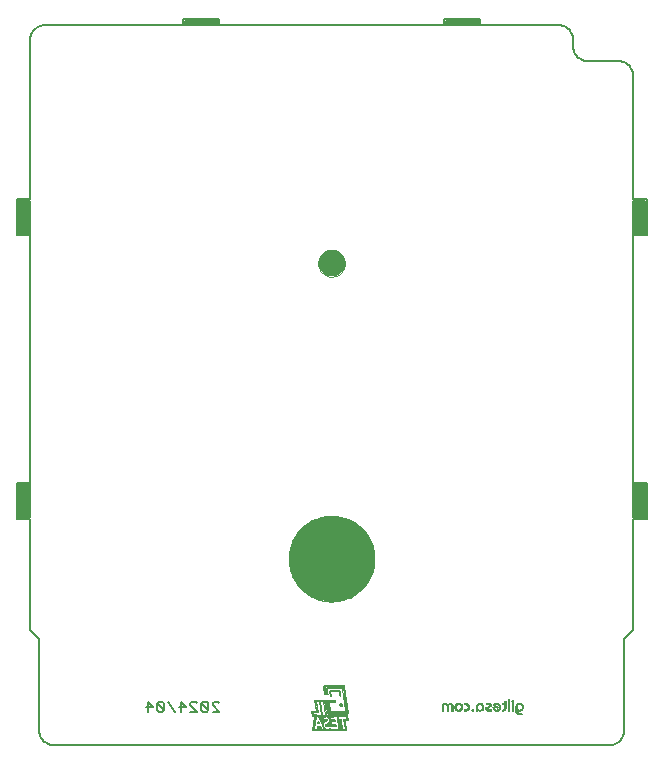
<source format=gbs>
G75*
G70*
%OFA0B0*%
%FSLAX24Y24*%
%IPPOS*%
%LPD*%
%AMOC8*
5,1,8,0,0,1.08239X$1,22.5*
%
%ADD10C,0.0050*%
%ADD11C,0.0060*%
%ADD12C,0.0000*%
%ADD13C,0.2854*%
%ADD14C,0.0886*%
%ADD15C,0.0010*%
%ADD16C,0.0040*%
%ADD17C,0.0020*%
%ADD18C,0.0030*%
D10*
X000875Y001427D02*
X000875Y004477D01*
X000575Y004777D01*
X000575Y008477D01*
X000125Y008477D01*
X000125Y009677D01*
X000575Y009677D01*
X000575Y017927D01*
X000125Y017927D01*
X000125Y019127D01*
X000575Y019127D01*
X000575Y024427D01*
X000577Y024471D01*
X000583Y024514D01*
X000592Y024556D01*
X000605Y024598D01*
X000622Y024638D01*
X000642Y024677D01*
X000665Y024714D01*
X000692Y024748D01*
X000721Y024781D01*
X000754Y024810D01*
X000788Y024837D01*
X000825Y024860D01*
X000864Y024880D01*
X000904Y024897D01*
X000946Y024910D01*
X000988Y024919D01*
X001031Y024925D01*
X001075Y024927D01*
X005675Y024927D01*
X005675Y025127D01*
X006875Y025127D01*
X006875Y024927D01*
X014375Y024927D01*
X014375Y025127D01*
X015575Y025127D01*
X015575Y024927D01*
X018175Y024927D01*
X018219Y024925D01*
X018262Y024919D01*
X018304Y024910D01*
X018346Y024897D01*
X018386Y024880D01*
X018425Y024860D01*
X018462Y024837D01*
X018496Y024810D01*
X018529Y024781D01*
X018558Y024748D01*
X018585Y024714D01*
X018608Y024677D01*
X018628Y024638D01*
X018645Y024598D01*
X018658Y024556D01*
X018667Y024514D01*
X018673Y024471D01*
X018675Y024427D01*
X018675Y024227D01*
X018677Y024183D01*
X018683Y024140D01*
X018692Y024098D01*
X018705Y024056D01*
X018722Y024016D01*
X018742Y023977D01*
X018765Y023940D01*
X018792Y023906D01*
X018821Y023873D01*
X018854Y023844D01*
X018888Y023817D01*
X018925Y023794D01*
X018964Y023774D01*
X019004Y023757D01*
X019046Y023744D01*
X019088Y023735D01*
X019131Y023729D01*
X019175Y023727D01*
X020175Y023727D01*
X020219Y023725D01*
X020262Y023719D01*
X020304Y023710D01*
X020346Y023697D01*
X020386Y023680D01*
X020425Y023660D01*
X020462Y023637D01*
X020496Y023610D01*
X020529Y023581D01*
X020558Y023548D01*
X020585Y023514D01*
X020608Y023477D01*
X020628Y023438D01*
X020645Y023398D01*
X020658Y023356D01*
X020667Y023314D01*
X020673Y023271D01*
X020675Y023227D01*
X020675Y019127D01*
X021125Y019127D01*
X021125Y017927D01*
X020675Y017927D01*
X020675Y009677D01*
X021125Y009677D01*
X021125Y008477D01*
X020675Y008477D01*
X020675Y004777D01*
X020375Y004477D01*
X020375Y001427D01*
X020373Y001383D01*
X020367Y001340D01*
X020358Y001298D01*
X020345Y001256D01*
X020328Y001216D01*
X020308Y001177D01*
X020285Y001140D01*
X020258Y001106D01*
X020229Y001073D01*
X020196Y001044D01*
X020162Y001017D01*
X020125Y000994D01*
X020086Y000974D01*
X020046Y000957D01*
X020004Y000944D01*
X019962Y000935D01*
X019919Y000929D01*
X019875Y000927D01*
X001375Y000927D01*
X001331Y000929D01*
X001288Y000935D01*
X001246Y000944D01*
X001204Y000957D01*
X001164Y000974D01*
X001125Y000994D01*
X001088Y001017D01*
X001054Y001044D01*
X001021Y001073D01*
X000992Y001106D01*
X000965Y001140D01*
X000942Y001177D01*
X000922Y001216D01*
X000905Y001256D01*
X000892Y001298D01*
X000883Y001340D01*
X000877Y001383D01*
X000875Y001427D01*
X000575Y008527D02*
X000175Y008527D01*
X000175Y009627D01*
X000575Y009627D01*
X000575Y008527D01*
X000575Y008562D02*
X000175Y008562D01*
X000175Y008611D02*
X000575Y008611D01*
X000575Y008659D02*
X000175Y008659D01*
X000175Y008708D02*
X000575Y008708D01*
X000575Y008756D02*
X000175Y008756D01*
X000175Y008805D02*
X000575Y008805D01*
X000575Y008853D02*
X000175Y008853D01*
X000175Y008902D02*
X000575Y008902D01*
X000575Y008950D02*
X000175Y008950D01*
X000175Y008999D02*
X000575Y008999D01*
X000575Y009047D02*
X000175Y009047D01*
X000175Y009096D02*
X000575Y009096D01*
X000575Y009144D02*
X000175Y009144D01*
X000175Y009193D02*
X000575Y009193D01*
X000575Y009241D02*
X000175Y009241D01*
X000175Y009290D02*
X000575Y009290D01*
X000575Y009338D02*
X000175Y009338D01*
X000175Y009387D02*
X000575Y009387D01*
X000575Y009435D02*
X000175Y009435D01*
X000175Y009484D02*
X000575Y009484D01*
X000575Y009532D02*
X000175Y009532D01*
X000175Y009581D02*
X000575Y009581D01*
X000575Y017977D02*
X000175Y017977D01*
X000175Y019077D01*
X000575Y019077D01*
X000575Y017977D01*
X000575Y018020D02*
X000175Y018020D01*
X000175Y018068D02*
X000575Y018068D01*
X000575Y018117D02*
X000175Y018117D01*
X000175Y018165D02*
X000575Y018165D01*
X000575Y018214D02*
X000175Y018214D01*
X000175Y018262D02*
X000575Y018262D01*
X000575Y018311D02*
X000175Y018311D01*
X000175Y018359D02*
X000575Y018359D01*
X000575Y018408D02*
X000175Y018408D01*
X000175Y018456D02*
X000575Y018456D01*
X000575Y018505D02*
X000175Y018505D01*
X000175Y018553D02*
X000575Y018553D01*
X000575Y018602D02*
X000175Y018602D01*
X000175Y018650D02*
X000575Y018650D01*
X000575Y018699D02*
X000175Y018699D01*
X000175Y018747D02*
X000575Y018747D01*
X000575Y018796D02*
X000175Y018796D01*
X000175Y018844D02*
X000575Y018844D01*
X000575Y018893D02*
X000175Y018893D01*
X000175Y018941D02*
X000575Y018941D01*
X000575Y018990D02*
X000175Y018990D01*
X000175Y019038D02*
X000575Y019038D01*
X005725Y024927D02*
X006825Y024927D01*
X006825Y025077D01*
X005725Y025077D01*
X005725Y024927D01*
X005725Y024955D02*
X006825Y024955D01*
X006825Y025004D02*
X005725Y025004D01*
X005725Y025052D02*
X006825Y025052D01*
X014425Y025052D02*
X015525Y025052D01*
X015525Y025077D02*
X015525Y024927D01*
X014425Y024927D01*
X014425Y025077D01*
X015525Y025077D01*
X015525Y025004D02*
X014425Y025004D01*
X014425Y024955D02*
X015525Y024955D01*
X020675Y019077D02*
X020675Y017977D01*
X021075Y017977D01*
X021075Y019077D01*
X020675Y019077D01*
X020675Y019038D02*
X021075Y019038D01*
X021075Y018990D02*
X020675Y018990D01*
X020675Y018941D02*
X021075Y018941D01*
X021075Y018893D02*
X020675Y018893D01*
X020675Y018844D02*
X021075Y018844D01*
X021075Y018796D02*
X020675Y018796D01*
X020675Y018747D02*
X021075Y018747D01*
X021075Y018699D02*
X020675Y018699D01*
X020675Y018650D02*
X021075Y018650D01*
X021075Y018602D02*
X020675Y018602D01*
X020675Y018553D02*
X021075Y018553D01*
X021075Y018505D02*
X020675Y018505D01*
X020675Y018456D02*
X021075Y018456D01*
X021075Y018408D02*
X020675Y018408D01*
X020675Y018359D02*
X021075Y018359D01*
X021075Y018311D02*
X020675Y018311D01*
X020675Y018262D02*
X021075Y018262D01*
X021075Y018214D02*
X020675Y018214D01*
X020675Y018165D02*
X021075Y018165D01*
X021075Y018117D02*
X020675Y018117D01*
X020675Y018068D02*
X021075Y018068D01*
X021075Y018020D02*
X020675Y018020D01*
X020675Y009627D02*
X020675Y008527D01*
X021075Y008527D01*
X021075Y009627D01*
X020675Y009627D01*
X020675Y009581D02*
X021075Y009581D01*
X021075Y009532D02*
X020675Y009532D01*
X020675Y009484D02*
X021075Y009484D01*
X021075Y009435D02*
X020675Y009435D01*
X020675Y009387D02*
X021075Y009387D01*
X021075Y009338D02*
X020675Y009338D01*
X020675Y009290D02*
X021075Y009290D01*
X021075Y009241D02*
X020675Y009241D01*
X020675Y009193D02*
X021075Y009193D01*
X021075Y009144D02*
X020675Y009144D01*
X020675Y009096D02*
X021075Y009096D01*
X021075Y009047D02*
X020675Y009047D01*
X020675Y008999D02*
X021075Y008999D01*
X021075Y008950D02*
X020675Y008950D01*
X020675Y008902D02*
X021075Y008902D01*
X021075Y008853D02*
X020675Y008853D01*
X020675Y008805D02*
X021075Y008805D01*
X021075Y008756D02*
X020675Y008756D01*
X020675Y008708D02*
X021075Y008708D01*
X021075Y008659D02*
X020675Y008659D01*
X020675Y008611D02*
X021075Y008611D01*
X021075Y008562D02*
X020675Y008562D01*
X015772Y002166D02*
X015772Y002146D01*
X014959Y002171D02*
X014939Y002134D01*
X014917Y002106D01*
X014884Y002091D01*
X014849Y002084D02*
X014784Y002111D01*
X014752Y002174D01*
X014757Y002246D01*
X014799Y002296D01*
X014822Y002311D01*
X014884Y002311D01*
X014937Y002276D01*
X014959Y002231D01*
X014959Y002171D01*
X016832Y001986D02*
X016862Y001966D01*
D11*
X006884Y002032D02*
X006657Y002259D01*
X006657Y002316D01*
X006714Y002373D01*
X006827Y002373D01*
X006884Y002316D01*
X006884Y002032D02*
X006657Y002032D01*
X006516Y002089D02*
X006289Y002316D01*
X006289Y002089D01*
X006346Y002032D01*
X006459Y002032D01*
X006516Y002089D01*
X006516Y002316D01*
X006459Y002373D01*
X006346Y002373D01*
X006289Y002316D01*
X006147Y002316D02*
X006091Y002373D01*
X005977Y002373D01*
X005921Y002316D01*
X005921Y002259D01*
X006147Y002032D01*
X005921Y002032D01*
X005779Y002203D02*
X005552Y002203D01*
X005609Y002373D02*
X005609Y002032D01*
X005411Y002032D02*
X005184Y002373D01*
X005043Y002316D02*
X005043Y002089D01*
X004816Y002316D01*
X004816Y002089D01*
X004872Y002032D01*
X004986Y002032D01*
X005043Y002089D01*
X005043Y002316D02*
X004986Y002373D01*
X004872Y002373D01*
X004816Y002316D01*
X004674Y002203D02*
X004447Y002203D01*
X004504Y002373D02*
X004504Y002032D01*
X004674Y002203D02*
X004504Y002373D01*
X005609Y002373D02*
X005779Y002203D01*
D12*
X009198Y007138D02*
X009200Y007213D01*
X009206Y007288D01*
X009216Y007363D01*
X009230Y007437D01*
X009247Y007510D01*
X009269Y007583D01*
X009294Y007653D01*
X009323Y007723D01*
X009356Y007791D01*
X009392Y007857D01*
X009432Y007921D01*
X009475Y007983D01*
X009521Y008042D01*
X009570Y008099D01*
X009623Y008154D01*
X009678Y008205D01*
X009735Y008254D01*
X009795Y008299D01*
X009858Y008341D01*
X009922Y008380D01*
X009989Y008415D01*
X010057Y008447D01*
X010127Y008475D01*
X010198Y008500D01*
X010271Y008520D01*
X010344Y008537D01*
X010419Y008550D01*
X010493Y008559D01*
X010569Y008564D01*
X010644Y008565D01*
X010719Y008562D01*
X010794Y008555D01*
X010869Y008544D01*
X010943Y008529D01*
X011016Y008511D01*
X011087Y008488D01*
X011158Y008462D01*
X011227Y008432D01*
X011295Y008398D01*
X011360Y008361D01*
X011424Y008321D01*
X011485Y008277D01*
X011544Y008230D01*
X011600Y008180D01*
X011654Y008127D01*
X011705Y008071D01*
X011752Y008013D01*
X011797Y007952D01*
X011838Y007889D01*
X011876Y007824D01*
X011911Y007757D01*
X011942Y007688D01*
X011969Y007618D01*
X011992Y007547D01*
X012012Y007474D01*
X012028Y007400D01*
X012040Y007326D01*
X012048Y007251D01*
X012052Y007176D01*
X012052Y007100D01*
X012048Y007025D01*
X012040Y006950D01*
X012028Y006876D01*
X012012Y006802D01*
X011992Y006729D01*
X011969Y006658D01*
X011942Y006588D01*
X011911Y006519D01*
X011876Y006452D01*
X011838Y006387D01*
X011797Y006324D01*
X011752Y006263D01*
X011705Y006205D01*
X011654Y006149D01*
X011600Y006096D01*
X011544Y006046D01*
X011485Y005999D01*
X011424Y005955D01*
X011360Y005915D01*
X011295Y005878D01*
X011227Y005844D01*
X011158Y005814D01*
X011087Y005788D01*
X011016Y005765D01*
X010943Y005747D01*
X010869Y005732D01*
X010794Y005721D01*
X010719Y005714D01*
X010644Y005711D01*
X010569Y005712D01*
X010493Y005717D01*
X010419Y005726D01*
X010344Y005739D01*
X010271Y005756D01*
X010198Y005776D01*
X010127Y005801D01*
X010057Y005829D01*
X009989Y005861D01*
X009922Y005896D01*
X009858Y005935D01*
X009795Y005977D01*
X009735Y006022D01*
X009678Y006071D01*
X009623Y006122D01*
X009570Y006177D01*
X009521Y006234D01*
X009475Y006293D01*
X009432Y006355D01*
X009392Y006419D01*
X009356Y006485D01*
X009323Y006553D01*
X009294Y006623D01*
X009269Y006693D01*
X009247Y006766D01*
X009230Y006839D01*
X009216Y006913D01*
X009206Y006988D01*
X009200Y007063D01*
X009198Y007138D01*
X010182Y016979D02*
X010184Y017020D01*
X010190Y017062D01*
X010199Y017102D01*
X010213Y017141D01*
X010230Y017179D01*
X010250Y017215D01*
X010274Y017249D01*
X010301Y017281D01*
X010331Y017310D01*
X010363Y017336D01*
X010398Y017359D01*
X010434Y017379D01*
X010472Y017395D01*
X010512Y017407D01*
X010553Y017416D01*
X010594Y017421D01*
X010635Y017422D01*
X010677Y017419D01*
X010718Y017412D01*
X010758Y017402D01*
X010797Y017387D01*
X010834Y017369D01*
X010870Y017348D01*
X010904Y017323D01*
X010935Y017296D01*
X010963Y017266D01*
X010988Y017233D01*
X011010Y017197D01*
X011029Y017160D01*
X011044Y017122D01*
X011056Y017082D01*
X011064Y017041D01*
X011068Y017000D01*
X011068Y016958D01*
X011064Y016917D01*
X011056Y016876D01*
X011044Y016836D01*
X011029Y016798D01*
X011010Y016761D01*
X010988Y016725D01*
X010963Y016692D01*
X010935Y016662D01*
X010904Y016635D01*
X010870Y016610D01*
X010834Y016589D01*
X010797Y016571D01*
X010758Y016556D01*
X010718Y016546D01*
X010677Y016539D01*
X010635Y016536D01*
X010594Y016537D01*
X010553Y016542D01*
X010512Y016551D01*
X010472Y016563D01*
X010434Y016579D01*
X010398Y016599D01*
X010363Y016622D01*
X010331Y016648D01*
X010301Y016677D01*
X010274Y016709D01*
X010250Y016743D01*
X010230Y016779D01*
X010213Y016817D01*
X010199Y016856D01*
X010190Y016896D01*
X010184Y016938D01*
X010182Y016979D01*
D13*
X010625Y007138D03*
D14*
X010625Y016979D03*
D15*
X010393Y002931D02*
X010381Y002923D01*
X010371Y002911D01*
X010360Y002894D01*
X010354Y002881D01*
X010354Y002868D01*
X010388Y002616D01*
X010491Y002615D01*
X010489Y002616D02*
X010470Y002777D01*
X010467Y002794D01*
X010466Y002805D01*
X010470Y002816D01*
X010479Y002827D01*
X010485Y002834D01*
X010496Y002839D01*
X010491Y002839D02*
X010917Y002840D01*
X010926Y002837D01*
X010936Y002834D01*
X010950Y002825D01*
X010964Y002806D01*
X011058Y002120D01*
X011057Y002091D01*
X011047Y002078D01*
X011035Y002065D01*
X010719Y002056D01*
X010608Y002057D01*
X010598Y002061D01*
X010584Y002070D01*
X010569Y002084D01*
X010557Y002104D01*
X010524Y002364D01*
X010738Y002364D01*
X010726Y002428D01*
X010414Y002429D01*
X010472Y002014D01*
X010481Y001993D01*
X010494Y001979D01*
X010516Y001966D01*
X011135Y001967D01*
X011133Y001967D01*
X011135Y001967D02*
X011143Y001968D01*
X011153Y001976D01*
X011161Y001984D01*
X011171Y002002D01*
X011050Y002882D01*
X011049Y002891D01*
X011046Y002897D01*
X011040Y002907D01*
X011031Y002915D01*
X011024Y002924D01*
X011012Y002932D01*
X010393Y002931D01*
X010560Y002742D02*
X010552Y002734D01*
X010548Y002726D01*
X010548Y002714D01*
X010565Y002568D01*
X010574Y002567D01*
X010586Y002568D01*
X010592Y002570D01*
X010590Y002576D01*
X010591Y002570D02*
X010575Y002709D01*
X010577Y002719D01*
X010585Y002724D01*
X010592Y002726D01*
X010865Y002727D01*
X010870Y002722D01*
X010875Y002706D01*
X010878Y002683D01*
X010882Y002652D01*
X010888Y002612D01*
X010892Y002570D01*
X010896Y002568D01*
X010902Y002569D01*
X010915Y002568D01*
X010909Y002574D01*
X010898Y002576D01*
X010876Y002726D01*
X010870Y002732D01*
X010857Y002733D01*
X010838Y002733D01*
X010803Y002734D01*
X010648Y002734D01*
X010605Y002734D01*
X010575Y002732D01*
X010580Y002727D01*
X010575Y002723D01*
X010570Y002716D01*
X010568Y002704D01*
X010584Y002571D01*
X010574Y002573D01*
X010568Y002577D01*
X010554Y002714D01*
X010556Y002724D01*
X010561Y002734D01*
X010575Y002737D01*
X010605Y002739D01*
X010683Y002740D01*
X010758Y002739D01*
X010807Y002738D01*
X010849Y002738D01*
X010877Y002737D01*
X010889Y002732D01*
X010907Y002580D01*
X010882Y002730D01*
X010892Y002736D02*
X010887Y002743D01*
X010881Y002745D01*
X010866Y002746D01*
X010568Y002746D01*
X010560Y002742D01*
X010565Y002729D02*
X010571Y002731D01*
X010568Y002726D01*
X010565Y002729D02*
X010563Y002716D01*
X010561Y002699D01*
X010576Y002573D01*
X010369Y002429D02*
X010436Y001974D01*
X010454Y001948D01*
X010484Y001926D01*
X010488Y001925D01*
X011142Y001926D01*
X011158Y001759D01*
X011075Y001759D01*
X011114Y001432D01*
X011115Y001432D02*
X009978Y001433D01*
X010054Y001891D01*
X010052Y001898D01*
X009969Y001898D01*
X009944Y002075D01*
X010097Y002075D01*
X010053Y002429D01*
X010369Y002429D01*
X010330Y002393D02*
X010391Y001945D01*
X010301Y001945D01*
X010235Y002392D01*
X010326Y002392D01*
X010202Y002391D02*
X010267Y001944D01*
X010005Y001946D01*
X009997Y002029D01*
X010164Y002028D01*
X010117Y002393D01*
X010202Y002391D01*
X010181Y001879D02*
X010110Y001880D01*
X010107Y001875D01*
X010042Y001510D01*
X010043Y001472D01*
X010044Y001469D01*
X010126Y001470D01*
X010135Y001572D01*
X010231Y001572D01*
X010260Y001502D01*
X010270Y001482D01*
X010274Y001474D01*
X010282Y001469D01*
X010356Y001470D01*
X010359Y001470D02*
X010339Y001530D01*
X010181Y001879D01*
X010166Y001724D02*
X010153Y001655D01*
X010193Y001654D01*
X010168Y001703D01*
X010160Y001661D01*
X010182Y001663D01*
X010170Y001684D01*
X010167Y001668D01*
X010170Y001669D01*
X010175Y001670D01*
X010194Y001655D02*
X010166Y001724D01*
X010339Y001647D02*
X010349Y001668D01*
X010363Y001689D01*
X010381Y001709D01*
X010402Y001720D01*
X010425Y001724D01*
X010454Y001733D01*
X010470Y001748D01*
X010472Y001758D01*
X010472Y001778D01*
X010457Y001790D01*
X010446Y001801D01*
X010439Y001805D01*
X010422Y001804D01*
X010411Y001798D01*
X010406Y001794D01*
X010382Y001795D01*
X010356Y001797D01*
X010348Y001799D01*
X010343Y001806D01*
X010340Y001815D01*
X010341Y001860D01*
X010340Y001859D02*
X010346Y001868D01*
X010355Y001872D01*
X010372Y001877D01*
X010391Y001878D01*
X010429Y001880D01*
X010453Y001879D01*
X010472Y001876D01*
X010488Y001870D01*
X010503Y001861D01*
X010523Y001840D01*
X010540Y001822D01*
X010550Y001802D01*
X010556Y001784D01*
X010555Y001784D02*
X010556Y001724D01*
X010544Y001706D01*
X010521Y001681D01*
X010492Y001660D01*
X010465Y001649D01*
X010440Y001638D01*
X010429Y001627D01*
X010416Y001615D01*
X010414Y001602D01*
X010415Y001583D01*
X010421Y001573D01*
X010432Y001563D01*
X010446Y001553D01*
X010460Y001553D01*
X010519Y001553D01*
X010530Y001561D01*
X010546Y001568D01*
X010564Y001570D01*
X010584Y001566D01*
X010591Y001556D01*
X010591Y001554D01*
X010760Y001553D01*
X010747Y001636D01*
X010625Y001637D01*
X010621Y001640D01*
X010609Y001722D01*
X010732Y001722D01*
X010722Y001804D01*
X010587Y001804D01*
X010578Y001811D01*
X010575Y001821D01*
X010574Y001829D01*
X010574Y001877D01*
X010575Y001877D01*
X010576Y001878D01*
X010795Y001880D01*
X010853Y001469D01*
X010848Y001469D02*
X010588Y001469D01*
X010583Y001476D01*
X010577Y001485D01*
X010568Y001487D01*
X010560Y001484D01*
X010548Y001480D01*
X010533Y001476D01*
X010523Y001469D01*
X010438Y001470D01*
X010424Y001478D01*
X010407Y001487D01*
X010392Y001497D01*
X010371Y001511D01*
X010359Y001527D01*
X010350Y001542D01*
X010341Y001552D01*
X010333Y001579D01*
X010331Y001603D01*
X010332Y001624D01*
X010339Y001647D01*
X010836Y001807D02*
X010824Y001879D01*
X011093Y001880D01*
X011107Y001806D01*
X011100Y001804D01*
X011012Y001804D01*
X011059Y001468D01*
X011054Y001468D02*
X010977Y001469D01*
X010926Y001805D01*
X010841Y001805D01*
X010839Y001806D01*
X010836Y001807D01*
X010919Y002214D02*
X010909Y002336D01*
X010946Y002336D01*
X010947Y002335D02*
X010959Y002215D01*
X010919Y002214D01*
X010925Y002222D02*
X010949Y002221D01*
X010953Y002225D01*
X010951Y002240D01*
X010941Y002239D01*
X010931Y002239D01*
X010929Y002229D01*
X010940Y002227D01*
X010947Y002229D01*
X010938Y002233D01*
X010931Y002232D01*
X010950Y002245D01*
X010951Y002251D02*
X010930Y002244D01*
X010923Y002246D01*
X010925Y002222D01*
X010889Y002253D02*
X010989Y002253D01*
X010980Y002300D01*
X010981Y002299D02*
X010987Y002255D01*
X010980Y002259D02*
X010977Y002284D01*
X010900Y002285D01*
X010900Y002266D01*
X010971Y002267D01*
X010971Y002276D01*
X010903Y002275D01*
X010894Y002260D02*
X010980Y002259D01*
X010979Y002290D02*
X010892Y002291D01*
X010894Y002260D01*
X010889Y002253D02*
X010885Y002300D01*
X010976Y002300D01*
X010944Y002306D02*
X010942Y002318D01*
X010930Y002320D01*
X010919Y002318D01*
X010922Y002312D01*
X010936Y002312D01*
X010944Y002306D02*
X010916Y002306D01*
X010915Y002325D01*
X010918Y002327D01*
X010942Y002327D01*
X010916Y002568D02*
X010898Y002720D01*
X010892Y002736D01*
D16*
X010980Y002810D02*
X011081Y002083D01*
X011060Y002060D01*
X011040Y002047D01*
X010622Y002035D01*
X010578Y002044D01*
X010560Y002067D01*
X010542Y002088D01*
X010502Y002371D01*
X010517Y002385D01*
X010555Y002385D01*
X010718Y002383D01*
X010712Y002410D01*
X010455Y002409D01*
X010498Y002397D01*
X010471Y002385D01*
X010472Y002357D01*
X010507Y002085D01*
X010587Y002018D01*
X010505Y002060D01*
X010520Y002012D01*
X010551Y002009D01*
X011119Y002014D01*
X011055Y002022D01*
X011108Y002039D01*
X011088Y002047D01*
X011120Y002061D01*
X011110Y002079D01*
X010994Y002875D01*
X010975Y002864D01*
X010975Y002878D01*
X010956Y002877D01*
X010454Y002880D01*
X010415Y002882D01*
X010403Y002868D01*
X010403Y002839D01*
X010448Y002856D01*
X010410Y002834D01*
X010421Y002820D01*
X010408Y002811D01*
X010434Y002659D01*
X010403Y002633D02*
X010470Y002635D01*
X010445Y002797D01*
X010455Y002832D01*
X010472Y002848D01*
X010488Y002855D01*
X010928Y002861D01*
X010959Y002841D01*
X010976Y002825D01*
X010980Y002810D01*
X011027Y002891D02*
X011009Y002912D01*
X010918Y002911D01*
X010402Y002913D01*
X010377Y002881D01*
X010374Y002866D01*
X010403Y002633D01*
X010434Y002411D02*
X010486Y002050D01*
X010493Y002009D01*
X010513Y001988D01*
X010529Y001983D01*
X011116Y001983D01*
X011132Y001985D01*
X011149Y002001D01*
X011148Y002013D01*
X011027Y002891D01*
X010453Y002396D02*
X010434Y002411D01*
X010354Y002410D02*
X010420Y001941D01*
X010410Y001943D01*
X010347Y002398D01*
X010354Y002410D02*
X010090Y002410D01*
X010095Y002407D02*
X010074Y002412D01*
X010118Y002078D01*
X010139Y002085D02*
X010095Y002407D01*
X010219Y002404D02*
X010227Y002335D01*
X010289Y001918D01*
X010334Y001926D02*
X009995Y001925D01*
X009985Y001956D01*
X009976Y002019D01*
X009966Y002057D01*
X010140Y002057D01*
X010144Y002046D01*
X009984Y002049D01*
X009979Y001978D02*
X009983Y001919D01*
X010050Y001917D01*
X010111Y001901D01*
X010339Y001888D01*
X010321Y001868D01*
X010319Y001788D01*
X010345Y001780D01*
X010391Y001773D01*
X010418Y001777D01*
X010432Y001781D01*
X010453Y001764D01*
X010439Y001749D01*
X010400Y001740D01*
X010355Y001711D01*
X010332Y001672D01*
X010315Y001628D01*
X010205Y001870D01*
X010288Y001862D01*
X010243Y001847D01*
X010315Y001694D01*
X010371Y001750D01*
X010320Y001768D01*
X010326Y001734D01*
X010294Y001840D01*
X010277Y001837D01*
X010291Y001805D01*
X010361Y001893D02*
X010364Y001923D01*
X010479Y001905D01*
X010618Y001906D01*
X010600Y001897D02*
X010669Y001899D01*
X010809Y001897D01*
X010806Y001901D02*
X010822Y001800D01*
X010829Y001788D02*
X010873Y001469D01*
X010919Y001474D01*
X010884Y001754D01*
X010863Y001762D01*
X010890Y001491D01*
X010955Y001471D02*
X010911Y001785D01*
X010829Y001788D01*
X010820Y001899D02*
X010806Y001901D01*
X010820Y001899D02*
X011090Y001898D01*
X011114Y001888D01*
X011125Y001797D01*
X011115Y001789D01*
X011066Y001785D01*
X011070Y001778D01*
X011142Y001777D01*
X011125Y001907D01*
X010640Y001905D01*
X010600Y001897D02*
X010557Y001897D01*
X010472Y001895D01*
X010410Y001899D01*
X010361Y001893D01*
X010334Y001926D02*
X010397Y001930D01*
X010430Y001951D02*
X010443Y001939D01*
X010459Y001921D01*
X010474Y001909D01*
X010220Y001550D02*
X010154Y001553D01*
X010148Y001473D01*
X010213Y001476D01*
X010203Y001519D01*
X010182Y001518D01*
X010179Y001494D01*
X010220Y001550D02*
X010254Y001467D01*
X010258Y001455D01*
X010123Y001451D02*
X009997Y001449D01*
X010080Y001924D01*
X010098Y001928D01*
X010014Y001478D01*
X010023Y001469D01*
X010025Y001492D01*
X010123Y001451D02*
X010558Y001452D01*
X010542Y001459D01*
X010551Y001459D01*
X010567Y001464D01*
X010579Y001452D01*
X010599Y001452D01*
X011060Y001451D01*
X011050Y001452D02*
X011093Y001448D01*
X011051Y001783D01*
X011034Y001788D01*
X011080Y001467D01*
X010959Y001454D02*
X010955Y001471D01*
X010144Y002058D02*
X010139Y002085D01*
X014322Y002094D02*
X014324Y002249D01*
X014352Y002294D01*
X014402Y002309D01*
X014439Y002306D01*
X014472Y002279D01*
X014487Y002274D02*
X014482Y002086D01*
X014642Y002094D02*
X014644Y002244D01*
X014609Y002299D01*
X014572Y002314D01*
X014519Y002299D01*
X014487Y002274D01*
D17*
X014504Y002254D02*
X014517Y002271D01*
X014529Y002281D01*
X014549Y002291D01*
X014579Y002291D01*
X014597Y002284D01*
X014607Y002274D01*
X014614Y002261D01*
X014622Y002246D01*
X014622Y002071D01*
X014664Y002071D01*
X014664Y002244D01*
X014654Y002279D01*
X014639Y002304D01*
X014617Y002321D01*
X014584Y002334D01*
X014544Y002334D01*
X014524Y002326D01*
X014499Y002311D01*
X014489Y002301D01*
X014479Y002301D01*
X014467Y002309D01*
X014452Y002321D01*
X014434Y002331D01*
X014422Y002334D01*
X014387Y002334D01*
X014369Y002329D01*
X014349Y002319D01*
X014332Y002304D01*
X014319Y002289D01*
X014309Y002266D01*
X014304Y002251D01*
X014302Y002229D01*
X014302Y002074D01*
X014347Y002074D01*
X014347Y002246D01*
X014354Y002264D01*
X014364Y002279D01*
X014379Y002284D01*
X014389Y002289D01*
X014429Y002289D01*
X014447Y002274D01*
X014457Y002259D01*
X014459Y002254D01*
X014459Y002074D01*
X014504Y002074D01*
X014504Y002254D01*
X014729Y002229D02*
X014737Y002256D01*
X014747Y002276D01*
X014784Y002314D01*
X014812Y002329D01*
X014839Y002334D01*
X014882Y002334D01*
X014909Y002324D01*
X014937Y002306D01*
X014959Y002284D01*
X014974Y002261D01*
X014984Y002224D01*
X014984Y002176D01*
X014979Y002159D01*
X014972Y002139D01*
X014962Y002121D01*
X014944Y002104D01*
X014924Y002086D01*
X014904Y002076D01*
X014879Y002069D01*
X014869Y002069D01*
X014867Y002069D02*
X014834Y002069D01*
X014812Y002074D01*
X014787Y002084D01*
X014764Y002104D01*
X014747Y002129D01*
X014734Y002146D01*
X014729Y002171D01*
X014729Y002229D01*
X014777Y002226D02*
X014784Y002246D01*
X014797Y002266D01*
X014812Y002281D01*
X014827Y002289D01*
X014834Y002291D01*
X014874Y002291D01*
X014892Y002286D01*
X014912Y002274D01*
X014922Y002261D01*
X014934Y002241D01*
X014939Y002226D01*
X014939Y002176D01*
X014929Y002154D01*
X014917Y002134D01*
X014899Y002119D01*
X014882Y002109D01*
X014842Y002109D01*
X014849Y002106D02*
X014829Y002111D01*
X014809Y002121D01*
X014797Y002134D01*
X014784Y002151D01*
X014779Y002164D01*
X014777Y002174D01*
X014777Y002226D01*
X015037Y002286D02*
X015037Y002329D01*
X015087Y002329D01*
X015109Y002326D01*
X015132Y002319D01*
X015157Y002304D01*
X015174Y002286D01*
X015187Y002271D01*
X015197Y002251D01*
X015204Y002231D01*
X015209Y002214D01*
X015209Y002184D01*
X015204Y002159D01*
X015192Y002134D01*
X015179Y002119D01*
X015164Y002104D01*
X015144Y002089D01*
X015127Y002081D01*
X015107Y002076D01*
X015079Y002071D01*
X015037Y002071D01*
X015037Y002114D01*
X015087Y002114D01*
X015104Y002119D01*
X015127Y002129D01*
X015144Y002146D01*
X015157Y002164D01*
X015162Y002176D01*
X015164Y002181D01*
X015164Y002221D01*
X015154Y002236D01*
X015142Y002259D01*
X015119Y002274D01*
X015104Y002281D01*
X015079Y002286D01*
X015037Y002286D01*
X015052Y002301D02*
X015107Y002299D01*
X015152Y002266D01*
X015177Y002231D01*
X015174Y002166D01*
X015144Y002124D01*
X015107Y002104D01*
X015052Y002099D01*
X015047Y002084D02*
X015114Y002089D01*
X015164Y002121D01*
X015192Y002169D01*
X015192Y002236D01*
X015154Y002286D01*
X015107Y002314D01*
X015052Y002316D01*
X015052Y002301D01*
X015082Y002071D02*
X015079Y002071D01*
X015287Y002086D02*
X015287Y002104D01*
X015292Y002114D01*
X015304Y002126D01*
X015327Y002126D01*
X015337Y002119D01*
X015344Y002109D01*
X015344Y002089D01*
X015342Y002081D01*
X015332Y002071D01*
X015322Y002069D01*
X015304Y002086D01*
X015302Y002104D01*
X015314Y002114D01*
X015327Y002104D01*
X015324Y002089D01*
X015317Y002096D01*
X015317Y002069D02*
X015307Y002069D01*
X015299Y002071D01*
X015289Y002079D01*
X015287Y002086D01*
X015432Y002074D02*
X015432Y002214D01*
X015437Y002239D01*
X015444Y002259D01*
X015459Y002286D01*
X015479Y002306D01*
X015509Y002324D01*
X015529Y002331D01*
X015544Y002334D01*
X015584Y002334D01*
X015609Y002326D01*
X015632Y002316D01*
X015654Y002296D01*
X015672Y002274D01*
X015682Y002251D01*
X015689Y002226D01*
X015689Y002176D01*
X015677Y002139D01*
X015657Y002109D01*
X015639Y002091D01*
X015617Y002081D01*
X015587Y002069D01*
X015544Y002069D01*
X015497Y002084D01*
X015492Y002086D01*
X015484Y002086D01*
X015474Y002074D01*
X015467Y002074D01*
X015462Y002074D02*
X015432Y002074D01*
X015444Y002081D02*
X015449Y002219D01*
X015472Y002279D01*
X015502Y002301D01*
X015547Y002316D01*
X015592Y002316D01*
X015632Y002299D01*
X015667Y002251D01*
X015674Y002219D01*
X015672Y002166D01*
X015632Y002104D01*
X015584Y002081D01*
X015542Y002086D01*
X015499Y002104D01*
X015479Y002096D01*
X015464Y002086D01*
X015464Y002096D01*
X015494Y002114D01*
X015459Y002104D01*
X015469Y002126D01*
X015459Y002126D01*
X015467Y002226D01*
X015494Y002284D01*
X015552Y002304D01*
X015609Y002296D01*
X015649Y002259D01*
X015659Y002184D01*
X015644Y002141D01*
X015614Y002106D01*
X015542Y002091D01*
X015537Y002106D02*
X015517Y002114D01*
X015499Y002126D01*
X015497Y002129D01*
X015489Y002121D01*
X015482Y002126D02*
X015479Y002129D01*
X015477Y002134D01*
X015479Y002229D01*
X015484Y002241D01*
X015494Y002261D01*
X015512Y002279D01*
X015532Y002289D01*
X015539Y002291D01*
X015582Y002291D01*
X015604Y002284D01*
X015622Y002271D01*
X015634Y002254D01*
X015644Y002236D01*
X015644Y002166D01*
X015634Y002151D01*
X015617Y002126D01*
X015597Y002111D01*
X015579Y002106D01*
X015537Y002106D01*
X015747Y002116D02*
X015747Y002159D01*
X015754Y002179D01*
X015772Y002194D01*
X015879Y002241D01*
X015889Y002251D01*
X015892Y002256D01*
X015892Y002274D01*
X015887Y002284D01*
X015884Y002286D01*
X015877Y002289D01*
X015759Y002289D01*
X015759Y002329D01*
X015872Y002329D01*
X015894Y002324D01*
X015909Y002316D01*
X015924Y002301D01*
X015934Y002286D01*
X015937Y002269D01*
X015937Y002254D01*
X015929Y002236D01*
X015917Y002219D01*
X015879Y002194D01*
X015802Y002161D01*
X015792Y002149D01*
X015787Y002136D01*
X015797Y002124D01*
X015809Y002114D01*
X015937Y002114D01*
X015937Y002074D01*
X015822Y002074D01*
X015782Y002081D01*
X015762Y002094D01*
X015747Y002116D01*
X015762Y002119D02*
X015769Y002169D01*
X015792Y002191D01*
X015897Y002236D01*
X015909Y002256D01*
X015899Y002286D01*
X015884Y002301D01*
X015774Y002304D01*
X015772Y002314D01*
X015884Y002311D01*
X015914Y002296D01*
X015919Y002249D01*
X015894Y002219D01*
X015789Y002171D01*
X015779Y002141D01*
X015774Y002121D01*
X015799Y002104D01*
X015809Y002099D02*
X015924Y002099D01*
X015929Y002096D01*
X015902Y002094D01*
X015927Y002086D02*
X015799Y002089D01*
X015809Y002099D01*
X015792Y002089D02*
X015762Y002119D01*
X015934Y002076D02*
X015937Y002074D01*
X016014Y002119D02*
X016032Y002099D01*
X016049Y002086D01*
X016069Y002076D01*
X016092Y002069D01*
X016142Y002069D01*
X016162Y002074D01*
X016187Y002084D01*
X016207Y002099D01*
X016224Y002119D01*
X016242Y002149D01*
X016249Y002174D01*
X016252Y002199D01*
X016247Y002229D01*
X016239Y002256D01*
X016214Y002294D01*
X016189Y002314D01*
X016162Y002329D01*
X016144Y002334D01*
X016097Y002334D01*
X016069Y002326D01*
X016047Y002314D01*
X016029Y002299D01*
X016012Y002279D01*
X015997Y002256D01*
X016152Y002168D01*
X016172Y002198D01*
X016069Y002259D01*
X016072Y002271D01*
X016079Y002284D01*
X016092Y002291D01*
X016144Y002291D01*
X016167Y002279D01*
X016187Y002259D01*
X016194Y002246D01*
X016202Y002236D01*
X016204Y002206D01*
X016204Y002184D01*
X016194Y002159D01*
X016182Y002134D01*
X016162Y002121D01*
X016147Y002114D01*
X016139Y002109D01*
X016099Y002109D01*
X016084Y002116D01*
X016067Y002129D01*
X016052Y002144D01*
X016042Y002161D01*
X016034Y002191D01*
X015989Y002184D01*
X015999Y002151D01*
X016014Y002119D01*
X016032Y002119D02*
X016007Y002176D01*
X016024Y002174D02*
X016039Y002131D01*
X016087Y002101D01*
X016102Y002094D01*
X016144Y002094D01*
X016192Y002119D01*
X016219Y002181D01*
X016214Y002241D01*
X016194Y002276D01*
X016152Y002301D01*
X016099Y002304D01*
X016072Y002291D01*
X016059Y002274D01*
X016054Y002256D01*
X016167Y002191D01*
X016158Y002179D01*
X016017Y002261D01*
X016052Y002301D01*
X016039Y002261D01*
X016052Y002284D02*
X016092Y002321D01*
X016109Y002321D01*
X016147Y002321D02*
X016209Y002284D01*
X016227Y002241D01*
X016234Y002174D01*
X016204Y002111D01*
X016144Y002081D01*
X016089Y002081D01*
X016032Y002119D01*
X016059Y002306D02*
X016147Y002319D01*
X016299Y002331D02*
X016379Y002331D01*
X016377Y002339D01*
X016377Y002399D01*
X016424Y002399D01*
X016424Y002151D01*
X016412Y002116D01*
X016397Y002094D01*
X016374Y002081D01*
X016352Y002076D01*
X016332Y002071D01*
X016314Y002084D01*
X016352Y002091D01*
X016384Y002101D01*
X016399Y002129D01*
X016412Y002159D01*
X016412Y002384D01*
X016392Y002386D01*
X016394Y002156D01*
X016372Y002111D01*
X016312Y002094D01*
X016302Y002111D02*
X016337Y002111D01*
X016352Y002119D01*
X016362Y002126D01*
X016369Y002134D01*
X016377Y002149D01*
X016377Y002286D01*
X016369Y002289D01*
X016299Y002289D01*
X016299Y002331D01*
X016312Y002316D02*
X016382Y002316D01*
X016384Y002301D02*
X016312Y002299D01*
X016312Y002316D01*
X016302Y002111D02*
X016302Y002071D01*
X016327Y002071D01*
X016499Y002074D02*
X016499Y002446D01*
X016544Y002446D01*
X016544Y002076D01*
X016544Y002074D02*
X016499Y002074D01*
X016512Y002084D02*
X016512Y002434D01*
X016532Y002434D01*
X016529Y002084D01*
X016627Y002074D02*
X016627Y002329D01*
X016672Y002329D01*
X016672Y002074D01*
X016627Y002074D01*
X016639Y002086D02*
X016644Y002316D01*
X016659Y002316D02*
X016654Y002086D01*
X016639Y002086D01*
X016747Y002061D02*
X016747Y002219D01*
X016752Y002239D01*
X016759Y002261D01*
X016774Y002284D01*
X016794Y002306D01*
X016814Y002319D01*
X016842Y002331D01*
X016857Y002334D01*
X016899Y002334D01*
X016932Y002324D01*
X016954Y002311D01*
X016972Y002294D01*
X016987Y002274D01*
X016997Y002256D01*
X017004Y002224D01*
X017004Y002179D01*
X016999Y002159D01*
X016989Y002134D01*
X016974Y002111D01*
X016952Y002089D01*
X016902Y002069D01*
X016859Y002069D01*
X016812Y002084D01*
X016794Y002089D01*
X016794Y002044D01*
X016809Y002026D01*
X016829Y002009D01*
X016849Y001999D01*
X016869Y001994D01*
X016899Y001994D01*
X016949Y002006D01*
X016959Y001966D01*
X016897Y001949D01*
X016867Y001949D01*
X016832Y001954D01*
X016809Y001966D01*
X016784Y001984D01*
X016764Y002009D01*
X016754Y002034D01*
X016747Y002061D01*
X016764Y002049D02*
X016764Y002229D01*
X016782Y002231D01*
X016779Y002036D01*
X016827Y001986D01*
X016884Y001979D01*
X016939Y001991D01*
X016952Y001981D02*
X016884Y001964D01*
X016824Y001971D01*
X016782Y002011D01*
X016764Y002049D01*
X016794Y002099D02*
X016874Y002076D01*
X016942Y002096D01*
X016974Y002141D01*
X016987Y002174D01*
X016984Y002249D01*
X016942Y002299D01*
X016889Y002319D01*
X016844Y002314D01*
X016802Y002294D01*
X016767Y002239D01*
X016782Y002239D02*
X016807Y002286D01*
X016847Y002299D01*
X016899Y002304D01*
X016934Y002289D01*
X016964Y002254D01*
X016972Y002186D01*
X016957Y002134D01*
X016917Y002099D01*
X016859Y002091D01*
X016794Y002121D01*
X016794Y002099D01*
X016817Y002124D02*
X016789Y002141D01*
X016794Y002139D02*
X016794Y002231D01*
X016799Y002246D01*
X016812Y002266D01*
X016832Y002281D01*
X016852Y002291D01*
X016889Y002291D01*
X016907Y002289D01*
X016924Y002276D01*
X016937Y002264D01*
X016949Y002249D01*
X016957Y002234D01*
X016959Y002236D02*
X016957Y002171D01*
X016939Y002139D01*
X016922Y002119D01*
X016899Y002109D01*
X016857Y002109D01*
X016849Y002111D01*
X016817Y002124D01*
X016659Y002376D02*
X016649Y002376D01*
X016639Y002406D01*
X016649Y002416D01*
X016659Y002409D01*
X016657Y002391D01*
X016669Y002386D02*
X016659Y002376D01*
X016649Y002379D02*
X016642Y002376D01*
X016632Y002381D01*
X016627Y002389D01*
X016622Y002399D01*
X016622Y002406D01*
X016624Y002416D01*
X016634Y002426D01*
X016642Y002431D01*
X016657Y002431D01*
X016667Y002424D01*
X016674Y002411D01*
X016674Y002396D01*
X016669Y002386D01*
X010420Y001468D02*
X010401Y001479D01*
X010364Y001504D01*
X010349Y001528D01*
X010336Y001551D01*
X010323Y001587D01*
X010321Y001606D01*
X010311Y001609D01*
X010315Y001603D01*
X010365Y001482D01*
X010369Y001470D01*
X010385Y001473D01*
X010389Y001472D01*
X010372Y001482D01*
D18*
X010435Y001579D02*
X010432Y001597D01*
X010440Y001617D01*
X010427Y001609D01*
X010477Y001637D01*
X010522Y001661D01*
X010606Y001635D01*
X010624Y001622D01*
X010736Y001623D01*
X010742Y001582D01*
X010589Y001595D01*
X010473Y001589D01*
X010455Y001594D01*
X010478Y001617D01*
X010522Y001636D01*
X010727Y001602D01*
X010524Y001614D01*
X010492Y001612D01*
X010602Y001647D01*
X010563Y001817D01*
X010561Y001867D01*
X010500Y001881D01*
X010521Y001862D01*
X010544Y001843D01*
X010553Y001826D01*
X010577Y001777D01*
X010569Y001731D01*
X010564Y001712D01*
X010547Y001686D01*
X010531Y001668D01*
X010570Y001668D01*
X010581Y001659D01*
X010573Y001692D01*
X010598Y001682D01*
X010584Y001792D01*
X010709Y001792D01*
X010718Y001736D01*
X010609Y001734D01*
X010604Y001769D01*
X010673Y001771D01*
X010698Y001759D01*
X010657Y001750D01*
X010610Y001750D01*
X010570Y001581D02*
X010542Y001579D01*
X010518Y001571D01*
X010499Y001566D01*
X010467Y001567D01*
X010448Y001569D01*
X010435Y001579D01*
X010570Y001581D02*
X010590Y001577D01*
X010599Y001571D01*
X010615Y001566D01*
X010681Y001565D01*
X010744Y001564D01*
M02*

</source>
